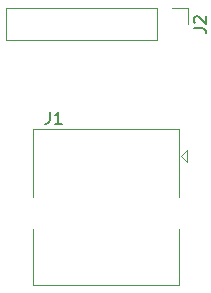
<source format=gbr>
%TF.GenerationSoftware,KiCad,Pcbnew,9.0.3*%
%TF.CreationDate,2025-07-26T18:17:39+02:00*%
%TF.ProjectId,ports_for_motors,706f7274-735f-4666-9f72-5f6d6f746f72,rev?*%
%TF.SameCoordinates,Original*%
%TF.FileFunction,Legend,Top*%
%TF.FilePolarity,Positive*%
%FSLAX46Y46*%
G04 Gerber Fmt 4.6, Leading zero omitted, Abs format (unit mm)*
G04 Created by KiCad (PCBNEW 9.0.3) date 2025-07-26 18:17:39*
%MOMM*%
%LPD*%
G01*
G04 APERTURE LIST*
%ADD10C,0.150000*%
%ADD11C,0.120000*%
G04 APERTURE END LIST*
D10*
X38914819Y-21833333D02*
X39629104Y-21833333D01*
X39629104Y-21833333D02*
X39771961Y-21880952D01*
X39771961Y-21880952D02*
X39867200Y-21976190D01*
X39867200Y-21976190D02*
X39914819Y-22119047D01*
X39914819Y-22119047D02*
X39914819Y-22214285D01*
X39010057Y-21404761D02*
X38962438Y-21357142D01*
X38962438Y-21357142D02*
X38914819Y-21261904D01*
X38914819Y-21261904D02*
X38914819Y-21023809D01*
X38914819Y-21023809D02*
X38962438Y-20928571D01*
X38962438Y-20928571D02*
X39010057Y-20880952D01*
X39010057Y-20880952D02*
X39105295Y-20833333D01*
X39105295Y-20833333D02*
X39200533Y-20833333D01*
X39200533Y-20833333D02*
X39343390Y-20880952D01*
X39343390Y-20880952D02*
X39914819Y-21452380D01*
X39914819Y-21452380D02*
X39914819Y-20833333D01*
X26731666Y-28939819D02*
X26731666Y-29654104D01*
X26731666Y-29654104D02*
X26684047Y-29796961D01*
X26684047Y-29796961D02*
X26588809Y-29892200D01*
X26588809Y-29892200D02*
X26445952Y-29939819D01*
X26445952Y-29939819D02*
X26350714Y-29939819D01*
X27731666Y-29939819D02*
X27160238Y-29939819D01*
X27445952Y-29939819D02*
X27445952Y-28939819D01*
X27445952Y-28939819D02*
X27350714Y-29082676D01*
X27350714Y-29082676D02*
X27255476Y-29177914D01*
X27255476Y-29177914D02*
X27160238Y-29225533D01*
D11*
%TO.C,J2*%
X23000000Y-20120000D02*
X23000000Y-22880000D01*
X35810000Y-20120000D02*
X23000000Y-20120000D01*
X35810000Y-20120000D02*
X35810000Y-22880000D01*
X35810000Y-22880000D02*
X23000000Y-22880000D01*
X37080000Y-20120000D02*
X38460000Y-20120000D01*
X38460000Y-20120000D02*
X38460000Y-21500000D01*
%TO.C,J1*%
X25290000Y-30390000D02*
X25290000Y-36130000D01*
X25290000Y-30390000D02*
X37710000Y-30390000D01*
X25290000Y-38880000D02*
X25290000Y-43610000D01*
X25290000Y-43610000D02*
X37710000Y-43610000D01*
X37710000Y-30390000D02*
X37710000Y-36130000D01*
X37710000Y-38880000D02*
X37710000Y-43610000D01*
X37870000Y-32660000D02*
X38370000Y-33160000D01*
X38370000Y-32160000D02*
X37870000Y-32660000D01*
X38370000Y-32160000D02*
X38370000Y-33160000D01*
%TD*%
M02*

</source>
